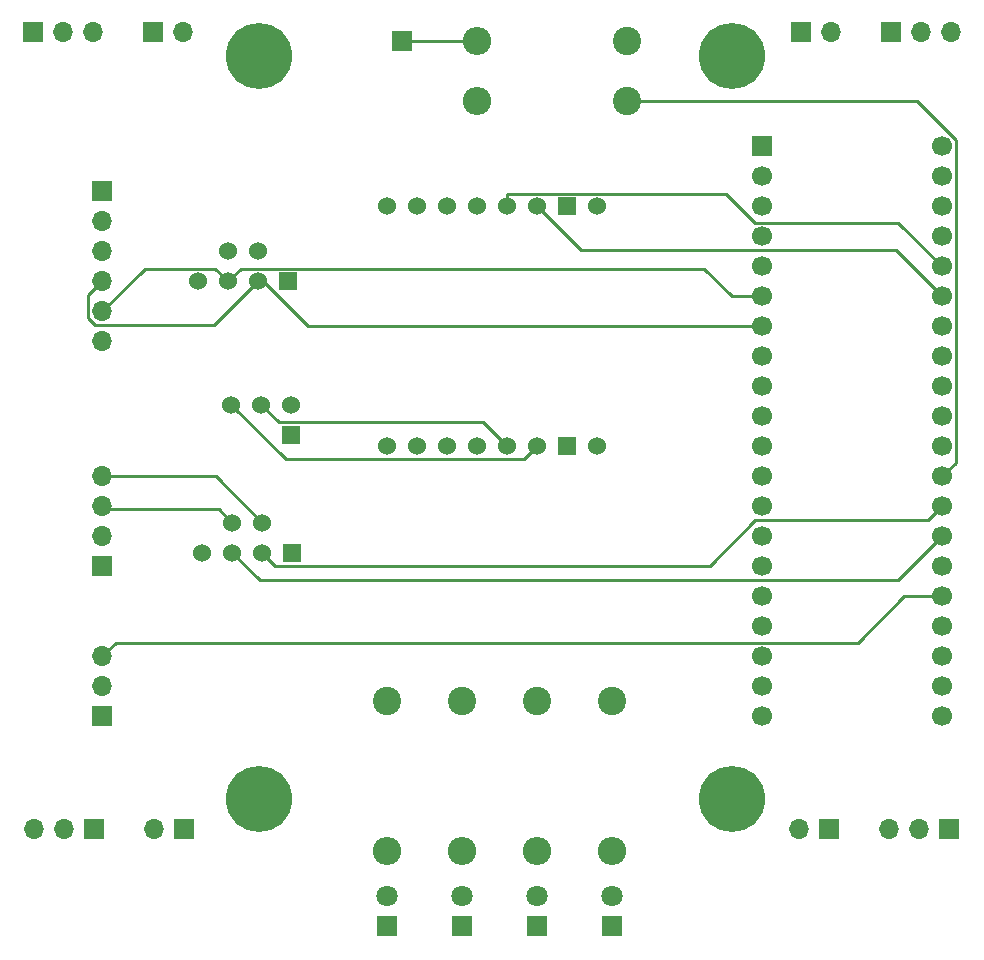
<source format=gbr>
%TF.GenerationSoftware,KiCad,Pcbnew,(5.1.10)-1*%
%TF.CreationDate,2021-12-09T15:29:57+01:00*%
%TF.ProjectId,flight controller,666c6967-6874-4206-936f-6e74726f6c6c,rev?*%
%TF.SameCoordinates,Original*%
%TF.FileFunction,Copper,L4,Bot*%
%TF.FilePolarity,Positive*%
%FSLAX46Y46*%
G04 Gerber Fmt 4.6, Leading zero omitted, Abs format (unit mm)*
G04 Created by KiCad (PCBNEW (5.1.10)-1) date 2021-12-09 15:29:57*
%MOMM*%
%LPD*%
G01*
G04 APERTURE LIST*
%TA.AperFunction,ComponentPad*%
%ADD10C,1.524000*%
%TD*%
%TA.AperFunction,ComponentPad*%
%ADD11R,1.524000X1.524000*%
%TD*%
%TA.AperFunction,ComponentPad*%
%ADD12C,5.600000*%
%TD*%
%TA.AperFunction,ComponentPad*%
%ADD13C,1.800000*%
%TD*%
%TA.AperFunction,ComponentPad*%
%ADD14R,1.800000X1.800000*%
%TD*%
%TA.AperFunction,ComponentPad*%
%ADD15O,1.700000X1.700000*%
%TD*%
%TA.AperFunction,ComponentPad*%
%ADD16R,1.700000X1.700000*%
%TD*%
%TA.AperFunction,ComponentPad*%
%ADD17O,2.400000X2.400000*%
%TD*%
%TA.AperFunction,ComponentPad*%
%ADD18C,2.400000*%
%TD*%
%TA.AperFunction,ComponentPad*%
%ADD19C,1.700000*%
%TD*%
%TA.AperFunction,Conductor*%
%ADD20C,0.250000*%
%TD*%
G04 APERTURE END LIST*
D10*
%TO.P,U5,6*%
%TO.N,Net-(U5-Pad6)*%
X131318000Y-86360000D03*
%TO.P,U5,5*%
%TO.N,Net-(U5-Pad5)*%
X128778000Y-86360000D03*
D11*
%TO.P,U5,4*%
%TO.N,Earth*%
X133858000Y-88900000D03*
D10*
%TO.P,U5,3*%
%TO.N,/TX*%
X131318000Y-88900000D03*
%TO.P,U5,2*%
%TO.N,/RX*%
X128778000Y-88900000D03*
%TO.P,U5,1*%
%TO.N,/5V*%
X126238000Y-88900000D03*
%TD*%
%TO.P,U4,6*%
%TO.N,/SDA*%
X131699000Y-109347000D03*
%TO.P,U4,5*%
%TO.N,/SCL*%
X129159000Y-109347000D03*
D11*
%TO.P,U4,4*%
%TO.N,Earth*%
X134239000Y-111887000D03*
D10*
%TO.P,U4,3*%
%TO.N,/TX2*%
X131699000Y-111887000D03*
%TO.P,U4,2*%
%TO.N,/RX2*%
X129159000Y-111887000D03*
%TO.P,U4,1*%
%TO.N,/5V*%
X126619000Y-111887000D03*
%TD*%
D12*
%TO.P,REF\u002A\u002A,1*%
%TO.N,N/C*%
X171450000Y-132715000D03*
%TD*%
%TO.P,REF\u002A\u002A,1*%
%TO.N,N/C*%
X131445000Y-132715000D03*
%TD*%
%TO.P,REF\u002A\u002A,1*%
%TO.N,N/C*%
X171513500Y-69850000D03*
%TD*%
%TO.P,REF\u002A\u002A,1*%
%TO.N,N/C*%
X131445000Y-69850000D03*
%TD*%
D11*
%TO.P,U6,1*%
%TO.N,Earth*%
X134175500Y-101917500D03*
D10*
%TO.P,U6,2*%
%TO.N,/3V3*%
X134175500Y-99377500D03*
%TO.P,U6,3*%
%TO.N,/SDA*%
X131635500Y-99377500D03*
%TO.P,U6,4*%
%TO.N,/SCL*%
X129095500Y-99377500D03*
%TD*%
D13*
%TO.P,D1,2*%
%TO.N,Net-(D1-Pad2)*%
X148590000Y-140970000D03*
D14*
%TO.P,D1,1*%
%TO.N,Earth*%
X148590000Y-143510000D03*
%TD*%
D13*
%TO.P,D2,2*%
%TO.N,Net-(D2-Pad2)*%
X142240000Y-140970000D03*
D14*
%TO.P,D2,1*%
%TO.N,Earth*%
X142240000Y-143510000D03*
%TD*%
D13*
%TO.P,D3,2*%
%TO.N,Net-(D3-Pad2)*%
X154940000Y-140970000D03*
D14*
%TO.P,D3,1*%
%TO.N,Earth*%
X154940000Y-143510000D03*
%TD*%
D13*
%TO.P,D4,2*%
%TO.N,Net-(D4-Pad2)*%
X161290000Y-140970000D03*
D14*
%TO.P,D4,1*%
%TO.N,Earth*%
X161290000Y-143510000D03*
%TD*%
D15*
%TO.P,J1,3*%
%TO.N,/ESC3*%
X112395000Y-135255000D03*
%TO.P,J1,2*%
%TO.N,Net-(J1-Pad2)*%
X114935000Y-135255000D03*
D16*
%TO.P,J1,1*%
%TO.N,Earth*%
X117475000Y-135255000D03*
%TD*%
D15*
%TO.P,J2,3*%
%TO.N,/ESC4*%
X117411500Y-67818000D03*
%TO.P,J2,2*%
%TO.N,Net-(J2-Pad2)*%
X114871500Y-67818000D03*
D16*
%TO.P,J2,1*%
%TO.N,Earth*%
X112331500Y-67818000D03*
%TD*%
D15*
%TO.P,J3,2*%
%TO.N,Net-(J2-Pad2)*%
X125031500Y-67818000D03*
D16*
%TO.P,J3,1*%
%TO.N,Earth*%
X122491500Y-67818000D03*
%TD*%
D15*
%TO.P,J4,2*%
%TO.N,Net-(J1-Pad2)*%
X122555000Y-135255000D03*
D16*
%TO.P,J4,1*%
%TO.N,Earth*%
X125095000Y-135255000D03*
%TD*%
D15*
%TO.P,J5,2*%
%TO.N,/5V*%
X179832000Y-67818000D03*
D16*
%TO.P,J5,1*%
%TO.N,Earth*%
X177292000Y-67818000D03*
%TD*%
D15*
%TO.P,J6,3*%
%TO.N,/ESC1*%
X189992000Y-67818000D03*
%TO.P,J6,2*%
%TO.N,/5V*%
X187452000Y-67818000D03*
D16*
%TO.P,J6,1*%
%TO.N,Earth*%
X184912000Y-67818000D03*
%TD*%
D15*
%TO.P,J7,2*%
%TO.N,Net-(J7-Pad2)*%
X177165000Y-135255000D03*
D16*
%TO.P,J7,1*%
%TO.N,Earth*%
X179705000Y-135255000D03*
%TD*%
D15*
%TO.P,J8,3*%
%TO.N,/ESC2*%
X184785000Y-135255000D03*
%TO.P,J8,2*%
%TO.N,Net-(J7-Pad2)*%
X187325000Y-135255000D03*
D16*
%TO.P,J8,1*%
%TO.N,Earth*%
X189865000Y-135255000D03*
%TD*%
D15*
%TO.P,J9,4*%
%TO.N,/SDA*%
X118110000Y-105410000D03*
%TO.P,J9,3*%
%TO.N,/SCL*%
X118110000Y-107950000D03*
%TO.P,J9,2*%
%TO.N,/5V*%
X118110000Y-110490000D03*
D16*
%TO.P,J9,1*%
%TO.N,Earth*%
X118110000Y-113030000D03*
%TD*%
D15*
%TO.P,J10,3*%
%TO.N,/PPM*%
X118110000Y-120650000D03*
%TO.P,J10,2*%
%TO.N,/5V*%
X118110000Y-123190000D03*
D16*
%TO.P,J10,1*%
%TO.N,Earth*%
X118110000Y-125730000D03*
%TD*%
%TO.P,J11,1*%
%TO.N,Net-(J11-Pad1)*%
X143510000Y-68580000D03*
%TD*%
D17*
%TO.P,R1,2*%
%TO.N,Net-(D1-Pad2)*%
X148590000Y-137160000D03*
D18*
%TO.P,R1,1*%
%TO.N,/RED_LED*%
X148590000Y-124460000D03*
%TD*%
D17*
%TO.P,R2,2*%
%TO.N,Net-(D2-Pad2)*%
X142240000Y-137160000D03*
D18*
%TO.P,R2,1*%
%TO.N,/GREEN_LED*%
X142240000Y-124460000D03*
%TD*%
D17*
%TO.P,R3,2*%
%TO.N,Net-(D3-Pad2)*%
X154940000Y-137160000D03*
D18*
%TO.P,R3,1*%
%TO.N,/YELLOW_LED*%
X154940000Y-124460000D03*
%TD*%
D17*
%TO.P,R4,2*%
%TO.N,Net-(D4-Pad2)*%
X161290000Y-137160000D03*
D18*
%TO.P,R4,1*%
%TO.N,/BLUE_LED*%
X161290000Y-124460000D03*
%TD*%
D17*
%TO.P,R5,2*%
%TO.N,Earth*%
X149860000Y-73660000D03*
D18*
%TO.P,R5,1*%
%TO.N,/VOLTAGE*%
X162560000Y-73660000D03*
%TD*%
D17*
%TO.P,R6,2*%
%TO.N,Net-(J11-Pad1)*%
X149860000Y-68580000D03*
D18*
%TO.P,R6,1*%
%TO.N,/VOLTAGE*%
X162560000Y-68580000D03*
%TD*%
D19*
%TO.P,U1,20*%
%TO.N,/3V3*%
X173990000Y-125730000D03*
%TO.P,U1,21*%
%TO.N,Net-(U1-Pad21)*%
X189230000Y-125730000D03*
%TO.P,U1,19*%
%TO.N,Earth*%
X173990000Y-123190000D03*
%TO.P,U1,22*%
%TO.N,Net-(U1-Pad22)*%
X189230000Y-123190000D03*
%TO.P,U1,18*%
%TO.N,/5V*%
X173990000Y-120650000D03*
%TO.P,U1,23*%
%TO.N,Net-(U1-Pad23)*%
X189230000Y-120650000D03*
%TO.P,U1,17*%
%TO.N,/ESC4*%
X173990000Y-118110000D03*
%TO.P,U1,24*%
%TO.N,Net-(U1-Pad24)*%
X189230000Y-118110000D03*
%TO.P,U1,16*%
%TO.N,/ESC3*%
X173990000Y-115570000D03*
%TO.P,U1,25*%
%TO.N,/PPM*%
X189230000Y-115570000D03*
%TO.P,U1,15*%
%TO.N,/ESC2*%
X173990000Y-113030000D03*
%TO.P,U1,26*%
%TO.N,Net-(U1-Pad26)*%
X189230000Y-113030000D03*
%TO.P,U1,14*%
%TO.N,/ESC1*%
X173990000Y-110490000D03*
%TO.P,U1,27*%
%TO.N,/RX2*%
X189230000Y-110490000D03*
%TO.P,U1,13*%
%TO.N,Net-(U1-Pad13)*%
X173990000Y-107950000D03*
%TO.P,U1,28*%
%TO.N,/TX2*%
X189230000Y-107950000D03*
%TO.P,U1,12*%
%TO.N,Net-(U1-Pad12)*%
X173990000Y-105410000D03*
%TO.P,U1,29*%
%TO.N,/VOLTAGE*%
X189230000Y-105410000D03*
%TO.P,U1,11*%
%TO.N,/BLUE_LED*%
X173990000Y-102870000D03*
%TO.P,U1,30*%
%TO.N,Net-(U1-Pad30)*%
X189230000Y-102870000D03*
%TO.P,U1,10*%
%TO.N,/YELLOW_LED*%
X173990000Y-100330000D03*
%TO.P,U1,31*%
%TO.N,Net-(U1-Pad31)*%
X189230000Y-100330000D03*
%TO.P,U1,9*%
%TO.N,/RED_LED*%
X173990000Y-97790000D03*
%TO.P,U1,32*%
%TO.N,Net-(U1-Pad32)*%
X189230000Y-97790000D03*
%TO.P,U1,8*%
%TO.N,/GREEN_LED*%
X173990000Y-95250000D03*
%TO.P,U1,33*%
%TO.N,Net-(U1-Pad33)*%
X189230000Y-95250000D03*
%TO.P,U1,7*%
%TO.N,/TX*%
X173990000Y-92710000D03*
%TO.P,U1,34*%
%TO.N,Net-(U1-Pad34)*%
X189230000Y-92710000D03*
%TO.P,U1,6*%
%TO.N,/RX*%
X173990000Y-90170000D03*
%TO.P,U1,35*%
%TO.N,/SCL*%
X189230000Y-90170000D03*
%TO.P,U1,5*%
%TO.N,Net-(U1-Pad5)*%
X173990000Y-87630000D03*
%TO.P,U1,36*%
%TO.N,/SDA*%
X189230000Y-87630000D03*
%TO.P,U1,4*%
%TO.N,Net-(U1-Pad4)*%
X173990000Y-85090000D03*
%TO.P,U1,37*%
%TO.N,Net-(U1-Pad37)*%
X189230000Y-85090000D03*
%TO.P,U1,3*%
%TO.N,Net-(U1-Pad3)*%
X173990000Y-82550000D03*
%TO.P,U1,38*%
%TO.N,Net-(U1-Pad38)*%
X189230000Y-82550000D03*
%TO.P,U1,2*%
%TO.N,Net-(U1-Pad2)*%
X173990000Y-80010000D03*
%TO.P,U1,39*%
%TO.N,Earth*%
X189230000Y-80010000D03*
D16*
%TO.P,U1,1*%
%TO.N,Net-(U1-Pad1)*%
X173990000Y-77470000D03*
D19*
%TO.P,U1,40*%
%TO.N,Earth*%
X189230000Y-77470000D03*
%TD*%
D10*
%TO.P,U2,1*%
%TO.N,/5V*%
X160020000Y-82550000D03*
D11*
%TO.P,U2,2*%
%TO.N,Earth*%
X157480000Y-82550000D03*
D10*
%TO.P,U2,3*%
%TO.N,/SCL*%
X154940000Y-82550000D03*
%TO.P,U2,8*%
%TO.N,Net-(U2-Pad8)*%
X142240000Y-82550000D03*
%TO.P,U2,7*%
%TO.N,Net-(U2-Pad7)*%
X144780000Y-82550000D03*
%TO.P,U2,6*%
%TO.N,Net-(U2-Pad6)*%
X147320000Y-82550000D03*
%TO.P,U2,5*%
%TO.N,Net-(U2-Pad5)*%
X149860000Y-82550000D03*
%TO.P,U2,4*%
%TO.N,/SDA*%
X152400000Y-82550000D03*
%TD*%
D15*
%TO.P,U3,6*%
%TO.N,Net-(U3-Pad6)*%
X118110000Y-93980000D03*
%TO.P,U3,5*%
%TO.N,/RX*%
X118110000Y-91440000D03*
%TO.P,U3,4*%
%TO.N,/TX*%
X118110000Y-88900000D03*
%TO.P,U3,3*%
%TO.N,/5V*%
X118110000Y-86360000D03*
%TO.P,U3,2*%
%TO.N,Net-(U3-Pad2)*%
X118110000Y-83820000D03*
D16*
%TO.P,U3,1*%
%TO.N,Earth*%
X118110000Y-81280000D03*
%TD*%
D10*
%TO.P,U7,1*%
%TO.N,/5V*%
X160020000Y-102870000D03*
D11*
%TO.P,U7,2*%
%TO.N,Earth*%
X157480000Y-102870000D03*
D10*
%TO.P,U7,3*%
%TO.N,/SCL*%
X154940000Y-102870000D03*
%TO.P,U7,8*%
%TO.N,Net-(U7-Pad8)*%
X142240000Y-102870000D03*
%TO.P,U7,7*%
%TO.N,/3V3*%
X144780000Y-102870000D03*
%TO.P,U7,6*%
%TO.N,Net-(U7-Pad6)*%
X147320000Y-102870000D03*
%TO.P,U7,5*%
%TO.N,Net-(U7-Pad5)*%
X149860000Y-102870000D03*
%TO.P,U7,4*%
%TO.N,/SDA*%
X152400000Y-102870000D03*
%TD*%
D20*
%TO.N,/SDA*%
X152400000Y-81472370D02*
X152409371Y-81462999D01*
X152400000Y-82550000D02*
X152400000Y-81472370D01*
X170973999Y-81462999D02*
X173425999Y-83914999D01*
X185514999Y-83914999D02*
X189230000Y-87630000D01*
X152409371Y-81462999D02*
X170973999Y-81462999D01*
X173425999Y-83914999D02*
X185514999Y-83914999D01*
X127762000Y-105410000D02*
X118110000Y-105410000D01*
X131699000Y-109347000D02*
X127762000Y-105410000D01*
X133088499Y-100830499D02*
X131635500Y-99377500D01*
X150360499Y-100830499D02*
X133088499Y-100830499D01*
X152400000Y-102870000D02*
X150360499Y-100830499D01*
%TO.N,/SCL*%
X154940000Y-82550000D02*
X158655001Y-86265001D01*
X158655001Y-86265001D02*
X185325001Y-86265001D01*
X185325001Y-86265001D02*
X189230000Y-90170000D01*
X129159000Y-109347000D02*
X128016000Y-108204000D01*
X118364000Y-108204000D02*
X118110000Y-107950000D01*
X128016000Y-108204000D02*
X118364000Y-108204000D01*
X133675001Y-103957001D02*
X129095500Y-99377500D01*
X153852999Y-103957001D02*
X133675001Y-103957001D01*
X154940000Y-102870000D02*
X153852999Y-103957001D01*
%TO.N,/PPM*%
X189230000Y-115570000D02*
X186031893Y-115570000D01*
X186031893Y-115570000D02*
X182126894Y-119474999D01*
X182126894Y-119474999D02*
X119285001Y-119474999D01*
X119285001Y-119474999D02*
X118110000Y-120650000D01*
%TO.N,Net-(J11-Pad1)*%
X149860000Y-68580000D02*
X143510000Y-68580000D01*
%TO.N,/VOLTAGE*%
X190405001Y-104234999D02*
X190405001Y-76905999D01*
X189230000Y-105410000D02*
X190405001Y-104234999D01*
X187159002Y-73660000D02*
X162560000Y-73660000D01*
X190405001Y-76905999D02*
X187159002Y-73660000D01*
%TO.N,/RX*%
X173990000Y-90170000D02*
X171450000Y-90170000D01*
X129865001Y-87812999D02*
X128778000Y-88900000D01*
X169092999Y-87812999D02*
X129865001Y-87812999D01*
X171450000Y-90170000D02*
X169092999Y-87812999D01*
X121737001Y-87812999D02*
X118110000Y-91440000D01*
X127690999Y-87812999D02*
X121737001Y-87812999D01*
X128778000Y-88900000D02*
X127690999Y-87812999D01*
%TO.N,/TX*%
X131748998Y-88900000D02*
X131318000Y-88900000D01*
X135558998Y-92710000D02*
X131748998Y-88900000D01*
X173990000Y-92710000D02*
X135558998Y-92710000D01*
X116934999Y-90075001D02*
X118110000Y-88900000D01*
X116934999Y-92004001D02*
X116934999Y-90075001D01*
X117545999Y-92615001D02*
X116934999Y-92004001D01*
X127602999Y-92615001D02*
X117545999Y-92615001D01*
X131318000Y-88900000D02*
X127602999Y-92615001D01*
%TO.N,/TX2*%
X188054999Y-109125001D02*
X189230000Y-107950000D01*
X173425999Y-109125001D02*
X188054999Y-109125001D01*
X169576999Y-112974001D02*
X173425999Y-109125001D01*
X132786001Y-112974001D02*
X169576999Y-112974001D01*
X131699000Y-111887000D02*
X132786001Y-112974001D01*
%TO.N,/RX2*%
X185514999Y-114205001D02*
X189230000Y-110490000D01*
X131477001Y-114205001D02*
X185514999Y-114205001D01*
X129159000Y-111887000D02*
X131477001Y-114205001D01*
%TD*%
M02*

</source>
